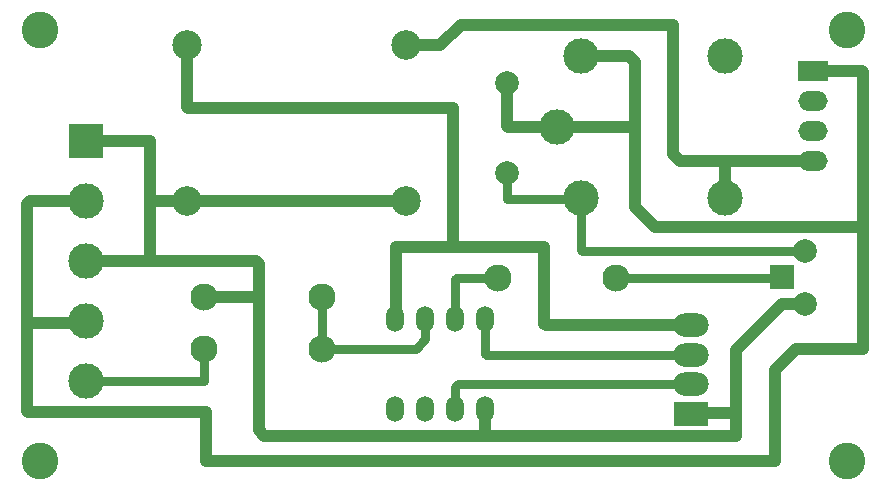
<source format=gbr>
%TF.GenerationSoftware,KiCad,Pcbnew,(5.1.8)-1*%
%TF.CreationDate,2023-04-27T14:44:06+02:00*%
%TF.ProjectId,Compteur_palonniers,436f6d70-7465-4757-925f-70616c6f6e6e,rev?*%
%TF.SameCoordinates,PX6dac2c0PY7bfa480*%
%TF.FileFunction,Copper,L2,Bot*%
%TF.FilePolarity,Positive*%
%FSLAX46Y46*%
G04 Gerber Fmt 4.6, Leading zero omitted, Abs format (unit mm)*
G04 Created by KiCad (PCBNEW (5.1.8)-1) date 2023-04-27 14:44:06*
%MOMM*%
%LPD*%
G01*
G04 APERTURE LIST*
%TA.AperFunction,ComponentPad*%
%ADD10C,2.300000*%
%TD*%
%TA.AperFunction,ComponentPad*%
%ADD11C,3.000000*%
%TD*%
%TA.AperFunction,ComponentPad*%
%ADD12R,3.000000X3.000000*%
%TD*%
%TA.AperFunction,ComponentPad*%
%ADD13C,2.000000*%
%TD*%
%TA.AperFunction,ComponentPad*%
%ADD14R,2.000000X2.000000*%
%TD*%
%TA.AperFunction,ComponentPad*%
%ADD15O,3.000000X2.000000*%
%TD*%
%TA.AperFunction,ComponentPad*%
%ADD16R,3.000000X2.000000*%
%TD*%
%TA.AperFunction,ComponentPad*%
%ADD17O,2.500000X1.700000*%
%TD*%
%TA.AperFunction,ComponentPad*%
%ADD18R,2.500000X1.700000*%
%TD*%
%TA.AperFunction,ComponentPad*%
%ADD19O,1.500000X2.200000*%
%TD*%
%TA.AperFunction,ComponentPad*%
%ADD20C,2.500000*%
%TD*%
%TA.AperFunction,WasherPad*%
%ADD21C,3.100000*%
%TD*%
%TA.AperFunction,Conductor*%
%ADD22C,0.800000*%
%TD*%
%TA.AperFunction,Conductor*%
%ADD23C,1.000000*%
%TD*%
G04 APERTURE END LIST*
D10*
%TO.P,R103,1*%
%TO.N,ON*%
X42200000Y17300000D03*
%TO.P,R103,2*%
%TO.N,Net-(R103-Pad2)*%
X52200000Y17300000D03*
%TD*%
D11*
%TO.P,J1,5*%
%TO.N,Net-(J1-Pad5)*%
X7300000Y8580000D03*
%TO.P,J1,4*%
%TO.N,+24V*%
X7300000Y13660000D03*
%TO.P,J1,3*%
%TO.N,GND*%
X7300000Y18740000D03*
%TO.P,J1,2*%
%TO.N,+24V*%
X7300000Y23820000D03*
D12*
%TO.P,J1,1*%
%TO.N,GND*%
X7300000Y28900000D03*
%TD*%
D13*
%TO.P,TR101,1*%
%TO.N,GND*%
X68200000Y15100000D03*
%TO.P,TR101,3*%
%TO.N,Net-(D101-Pad2)*%
X68200000Y19600000D03*
D14*
%TO.P,TR101,2*%
%TO.N,Net-(R103-Pad2)*%
X66200000Y17370000D03*
%TD*%
D11*
%TO.P,K101,11*%
%TO.N,+24V*%
X47200000Y30100000D03*
%TO.P,K101,A2*%
X49200000Y36100000D03*
%TO.P,K101,12*%
%TO.N,N/C*%
X61400000Y36100000D03*
%TO.P,K101,14*%
%TO.N,Net-(J2-Pad4)*%
X61400000Y24100000D03*
%TO.P,K101,A1*%
%TO.N,Net-(D101-Pad2)*%
X49200000Y24100000D03*
%TD*%
D15*
%TO.P,J101,4*%
%TO.N,+5V*%
X58500000Y13300000D03*
%TO.P,J101,3*%
%TO.N,RX*%
X58500000Y10800000D03*
%TO.P,J101,2*%
%TO.N,TX*%
X58500000Y8300000D03*
D16*
%TO.P,J101,1*%
%TO.N,GND*%
X58500000Y5800000D03*
%TD*%
D13*
%TO.P,D101,1*%
%TO.N,+24V*%
X42900000Y33810000D03*
%TO.P,D101,2*%
%TO.N,Net-(D101-Pad2)*%
X42900000Y26190000D03*
%TD*%
D17*
%TO.P,J2,4*%
%TO.N,Net-(J2-Pad4)*%
X68800000Y27190000D03*
%TO.P,J2,3*%
%TO.N,N/C*%
X68800000Y29730000D03*
%TO.P,J2,2*%
X68800000Y32270000D03*
D18*
%TO.P,J2,1*%
%TO.N,+24V*%
X68800000Y34810000D03*
%TD*%
D10*
%TO.P,R102,1*%
%TO.N,SIG*%
X27300000Y15700000D03*
%TO.P,R102,2*%
%TO.N,GND*%
X17300000Y15700000D03*
%TD*%
%TO.P,R101,1*%
%TO.N,Net-(J1-Pad5)*%
X17300000Y11300000D03*
%TO.P,R101,2*%
%TO.N,SIG*%
X27300000Y11300000D03*
%TD*%
D19*
%TO.P,U2,8*%
%TO.N,+5V*%
X33490000Y13810000D03*
%TO.P,U2,7*%
%TO.N,SIG*%
X36030000Y13810000D03*
%TO.P,U2,6*%
%TO.N,ON*%
X38570000Y13810000D03*
%TO.P,U2,5*%
%TO.N,RX*%
X41110000Y13810000D03*
%TO.P,U2,4*%
%TO.N,GND*%
X41110000Y6190000D03*
%TO.P,U2,3*%
%TO.N,TX*%
X38570000Y6190000D03*
%TO.P,U2,2*%
%TO.N,N/C*%
X36030000Y6190000D03*
%TO.P,U2,1*%
X33490000Y6190000D03*
%TD*%
D20*
%TO.P,U1,4*%
%TO.N,+5V*%
X15850000Y37000000D03*
%TO.P,U1,3*%
%TO.N,GND*%
X15850000Y23800000D03*
%TO.P,U1,2*%
%TO.N,Net-(J2-Pad4)*%
X34350000Y37000000D03*
%TO.P,U1,1*%
%TO.N,GND*%
X34350000Y23800000D03*
%TD*%
D21*
%TO.P,E1,*%
%TO.N,*%
X3400000Y38300000D03*
X71700000Y38300000D03*
X71700000Y1800000D03*
X3400000Y1800000D03*
%TD*%
D22*
%TO.N,Net-(J1-Pad5)*%
X7300000Y8580000D02*
X17280000Y8580000D01*
X17300000Y8600000D02*
X17300000Y11300000D01*
X17280000Y8580000D02*
X17300000Y8600000D01*
D23*
%TO.N,+24V*%
X7300000Y23820000D02*
X2520000Y23820000D01*
X2520000Y23820000D02*
X2300000Y23600000D01*
X2300000Y23600000D02*
X2300000Y13500000D01*
X7140000Y13500000D02*
X7300000Y13660000D01*
X2300000Y13500000D02*
X7140000Y13500000D01*
X72900000Y21600000D02*
X73100000Y21400000D01*
X55500000Y21600000D02*
X72900000Y21600000D01*
X49200000Y36100000D02*
X53300000Y36100000D01*
X53800000Y35600000D02*
X53800000Y30100000D01*
X53300000Y36100000D02*
X53800000Y35600000D01*
X47100000Y30000000D02*
X47200000Y30100000D01*
X73100000Y21400000D02*
X73100000Y34700000D01*
X73100000Y34700000D02*
X72990000Y34810000D01*
X72990000Y34810000D02*
X68800000Y34810000D01*
X47200000Y30100000D02*
X53800000Y30100000D01*
X47200000Y30100000D02*
X43000000Y30100000D01*
X42900000Y30200000D02*
X42900000Y33810000D01*
X43000000Y30100000D02*
X42900000Y30200000D01*
X65600000Y9500000D02*
X67400000Y11300000D01*
X67400000Y11300000D02*
X73100000Y11300000D01*
X65600000Y1800000D02*
X65600000Y9500000D01*
X17449998Y5950002D02*
X17449998Y1800000D01*
X17449998Y1800000D02*
X65600000Y1800000D01*
X2349998Y5950002D02*
X17449998Y5950002D01*
X2300000Y6000000D02*
X2349998Y5950002D01*
X2300000Y13500000D02*
X2300000Y6000000D01*
X53800000Y30100000D02*
X53800000Y23300000D01*
X53800000Y23300000D02*
X55500000Y21600000D01*
X73100000Y11300000D02*
X73100000Y21400000D01*
D22*
%TO.N,GND*%
X17280000Y15480000D02*
X17300000Y15500000D01*
D23*
X22390000Y3910000D02*
X21900000Y4400000D01*
X21900000Y4400000D02*
X21900000Y10500000D01*
X41110000Y3910000D02*
X22390000Y3910000D01*
X41110000Y6190000D02*
X41110000Y3910000D01*
X21660000Y18740000D02*
X21900000Y18500000D01*
X12700000Y18880000D02*
X12840000Y18740000D01*
X12840000Y18740000D02*
X21660000Y18740000D01*
X7300000Y18740000D02*
X12840000Y18740000D01*
X7300000Y28900000D02*
X12700000Y28900000D01*
X41110000Y3910000D02*
X46190000Y3910000D01*
X67900000Y14800000D02*
X68200000Y15100000D01*
X58600000Y5900000D02*
X58500000Y5800000D01*
X62300000Y5900000D02*
X58600000Y5900000D01*
X21600000Y15700000D02*
X21900000Y15400000D01*
X17300000Y15700000D02*
X21600000Y15700000D01*
X21900000Y15400000D02*
X21900000Y10500000D01*
X21900000Y18500000D02*
X21900000Y15400000D01*
X46190000Y3910000D02*
X62290000Y3910000D01*
X62300000Y3920000D02*
X62300000Y5900000D01*
X62290000Y3910000D02*
X62300000Y3920000D01*
X12900000Y23800000D02*
X12700000Y24000000D01*
X15850000Y23800000D02*
X12900000Y23800000D01*
X12700000Y24000000D02*
X12700000Y18880000D01*
X12700000Y28900000D02*
X12700000Y24000000D01*
X34350000Y23800000D02*
X15850000Y23800000D01*
X62300000Y11200000D02*
X66200000Y15100000D01*
X62300000Y5900000D02*
X62300000Y11200000D01*
X66200000Y15100000D02*
X68200000Y15100000D01*
%TO.N,+5V*%
X46100000Y13400000D02*
X46100000Y19900000D01*
X46200000Y13300000D02*
X46100000Y13400000D01*
X58500000Y13300000D02*
X46200000Y13300000D01*
X15850000Y37000000D02*
X15850000Y31750000D01*
X15850000Y31750000D02*
X15900000Y31700000D01*
X15900000Y31700000D02*
X38400000Y31700000D01*
X33500000Y13820000D02*
X33490000Y13810000D01*
X33500000Y19900000D02*
X33500000Y13820000D01*
X38400000Y31700000D02*
X38400000Y19900000D01*
X38400000Y19900000D02*
X33500000Y19900000D01*
X46100000Y19900000D02*
X38400000Y19900000D01*
D22*
%TO.N,TX*%
X58359990Y7940010D02*
X58500000Y7800000D01*
X58500000Y8300000D02*
X38800000Y8300000D01*
X38570000Y8070000D02*
X38800000Y8300000D01*
X38570000Y6190000D02*
X38570000Y8070000D01*
%TO.N,RX*%
X58500000Y10800000D02*
X41200000Y10800000D01*
X41110000Y10890000D02*
X41200000Y10800000D01*
X41110000Y13810000D02*
X41110000Y10890000D01*
%TO.N,ON*%
X38570000Y17170000D02*
X38570000Y13810000D01*
X38700000Y17300000D02*
X38570000Y17170000D01*
X42200000Y17300000D02*
X38700000Y17300000D01*
%TO.N,SIG*%
X27300000Y15700000D02*
X27300000Y11300000D01*
X36000000Y13780000D02*
X36030000Y13810000D01*
X36000000Y12100000D02*
X36000000Y13780000D01*
X35200000Y11300000D02*
X36000000Y12100000D01*
X27300000Y11300000D02*
X35200000Y11300000D01*
D23*
%TO.N,Net-(J2-Pad4)*%
X68790000Y27200000D02*
X68800000Y27190000D01*
X61400000Y27080000D02*
X61290000Y27190000D01*
X61400000Y24100000D02*
X61400000Y27080000D01*
X68800000Y27190000D02*
X61290000Y27190000D01*
X57000000Y27800000D02*
X57610000Y27190000D01*
X57610000Y27190000D02*
X61290000Y27190000D01*
X57000000Y38700000D02*
X57000000Y27800000D01*
X39000000Y38700000D02*
X57000000Y38700000D01*
X37300000Y37000000D02*
X39000000Y38700000D01*
X34350000Y37000000D02*
X37300000Y37000000D01*
D22*
%TO.N,Net-(D101-Pad2)*%
X50500000Y19600000D02*
X68200000Y19600000D01*
X50500000Y19600000D02*
X49300000Y19600000D01*
X49200000Y19700000D02*
X49300000Y19600000D01*
X49200000Y24100000D02*
X49200000Y19700000D01*
X49190000Y24090000D02*
X49200000Y24100000D01*
X42900000Y26190000D02*
X42900000Y24000000D01*
X49100000Y24000000D02*
X49200000Y24100000D01*
X42900000Y24000000D02*
X49100000Y24000000D01*
%TO.N,Net-(R103-Pad2)*%
X66130000Y17300000D02*
X66200000Y17370000D01*
X52200000Y17300000D02*
X66130000Y17300000D01*
%TD*%
M02*

</source>
